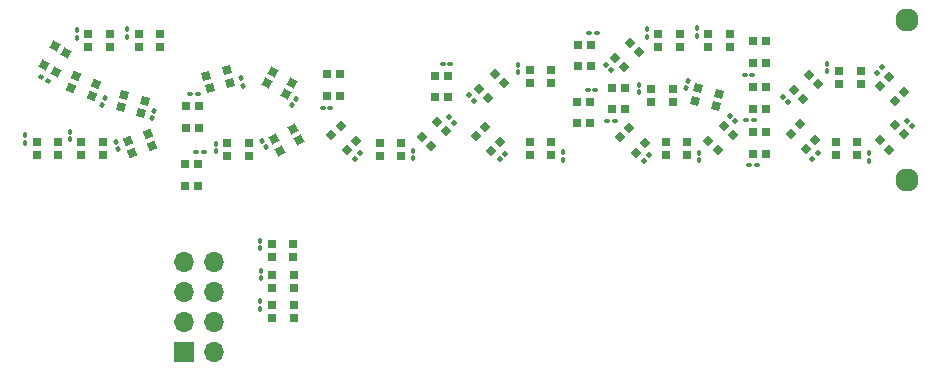
<source format=gts>
G04 #@! TF.GenerationSoftware,KiCad,Pcbnew,7.0.2-0*
G04 #@! TF.CreationDate,2023-10-08T21:39:02-05:00*
G04 #@! TF.ProjectId,spudglo_business_card,73707564-676c-46f5-9f62-7573696e6573,rev?*
G04 #@! TF.SameCoordinates,Original*
G04 #@! TF.FileFunction,Soldermask,Top*
G04 #@! TF.FilePolarity,Negative*
%FSLAX46Y46*%
G04 Gerber Fmt 4.6, Leading zero omitted, Abs format (unit mm)*
G04 Created by KiCad (PCBNEW 7.0.2-0) date 2023-10-08 21:39:02*
%MOMM*%
%LPD*%
G01*
G04 APERTURE LIST*
G04 Aperture macros list*
%AMRoundRect*
0 Rectangle with rounded corners*
0 $1 Rounding radius*
0 $2 $3 $4 $5 $6 $7 $8 $9 X,Y pos of 4 corners*
0 Add a 4 corners polygon primitive as box body*
4,1,4,$2,$3,$4,$5,$6,$7,$8,$9,$2,$3,0*
0 Add four circle primitives for the rounded corners*
1,1,$1+$1,$2,$3*
1,1,$1+$1,$4,$5*
1,1,$1+$1,$6,$7*
1,1,$1+$1,$8,$9*
0 Add four rect primitives between the rounded corners*
20,1,$1+$1,$2,$3,$4,$5,0*
20,1,$1+$1,$4,$5,$6,$7,0*
20,1,$1+$1,$6,$7,$8,$9,0*
20,1,$1+$1,$8,$9,$2,$3,0*%
%AMRotRect*
0 Rectangle, with rotation*
0 The origin of the aperture is its center*
0 $1 length*
0 $2 width*
0 $3 Rotation angle, in degrees counterclockwise*
0 Add horizontal line*
21,1,$1,$2,0,0,$3*%
G04 Aperture macros list end*
%ADD10RoundRect,0.100000X0.100000X-0.130000X0.100000X0.130000X-0.100000X0.130000X-0.100000X-0.130000X0*%
%ADD11RoundRect,0.100000X-0.162635X0.021213X0.021213X-0.162635X0.162635X-0.021213X-0.021213X0.162635X0*%
%ADD12RotRect,0.700000X0.700000X45.000000*%
%ADD13RotRect,0.700000X0.700000X195.000000*%
%ADD14R,0.700000X0.700000*%
%ADD15RotRect,0.700000X0.700000X345.000000*%
%ADD16RoundRect,0.100000X-0.100000X0.130000X-0.100000X-0.130000X0.100000X-0.130000X0.100000X0.130000X0*%
%ADD17RoundRect,0.100000X-0.021213X-0.162635X0.162635X0.021213X0.021213X0.162635X-0.162635X-0.021213X0*%
%ADD18RoundRect,0.100000X0.021213X0.162635X-0.162635X-0.021213X-0.021213X-0.162635X0.162635X0.021213X0*%
%ADD19RoundRect,0.100000X-0.130000X-0.100000X0.130000X-0.100000X0.130000X0.100000X-0.130000X0.100000X0*%
%ADD20RotRect,0.700000X0.700000X225.000000*%
%ADD21RoundRect,0.100000X0.130000X0.100000X-0.130000X0.100000X-0.130000X-0.100000X0.130000X-0.100000X0*%
%ADD22RoundRect,0.100000X0.151603X-0.062583X0.021603X0.162583X-0.151603X0.062583X-0.021603X-0.162583X0*%
%ADD23RoundRect,0.100000X0.162635X-0.021213X-0.021213X0.162635X-0.162635X0.021213X0.021213X-0.162635X0*%
%ADD24RoundRect,0.100000X-0.021603X0.162583X-0.151603X-0.062583X0.021603X-0.162583X0.151603X0.062583X0*%
%ADD25RotRect,0.700000X0.700000X30.000000*%
%ADD26RoundRect,0.100000X-0.162583X-0.021603X0.062583X-0.151603X0.162583X0.021603X-0.062583X0.151603X0*%
%ADD27RoundRect,0.100000X-0.049507X0.156362X-0.138432X-0.087958X0.049507X-0.156362X0.138432X0.087958X0*%
%ADD28RoundRect,0.100000X-0.130239X0.099688X-0.062946X-0.151452X0.130239X-0.099688X0.062946X0.151452X0*%
%ADD29RoundRect,0.100000X0.138432X-0.087958X0.049507X0.156362X-0.138432X0.087958X-0.049507X-0.156362X0*%
%ADD30RotRect,0.700000X0.700000X315.000000*%
%ADD31RotRect,0.700000X0.700000X135.000000*%
%ADD32RotRect,0.700000X0.700000X150.000000*%
%ADD33RoundRect,0.100000X0.062946X-0.151452X0.130239X0.099688X-0.062946X0.151452X-0.130239X-0.099688X0*%
%ADD34RotRect,0.700000X0.700000X165.000000*%
%ADD35RotRect,0.700000X0.700000X20.000000*%
%ADD36RotRect,0.700000X0.700000X60.000000*%
%ADD37RoundRect,0.100000X-0.062946X0.151452X-0.130239X-0.099688X0.062946X-0.151452X0.130239X0.099688X0*%
%ADD38RotRect,0.700000X0.700000X160.000000*%
%ADD39C,1.959000*%
%ADD40R,1.700000X1.700000*%
%ADD41O,1.700000X1.700000*%
G04 APERTURE END LIST*
D10*
X225060000Y-101900000D03*
X225060000Y-101260000D03*
D11*
X258007452Y-105977452D03*
X258460000Y-106430000D03*
D12*
X221812183Y-103302183D03*
X222590000Y-104080000D03*
X223884005Y-102785995D03*
X223106188Y-102008178D03*
D13*
X200742346Y-102768880D03*
X200457645Y-101706361D03*
X198690000Y-102180000D03*
X198974701Y-103242519D03*
D14*
X215220000Y-108980000D03*
X215220000Y-107880000D03*
X213390000Y-107880000D03*
X213390000Y-108980000D03*
X192960000Y-98680000D03*
X192960000Y-99780000D03*
X194790000Y-99780000D03*
X194790000Y-98680000D03*
X184330000Y-107750000D03*
X184330000Y-108850000D03*
X186160000Y-108850000D03*
X186160000Y-107750000D03*
D15*
X240362355Y-103216361D03*
X240077654Y-104278880D03*
X241845299Y-104752519D03*
X242130000Y-103690000D03*
D10*
X251290000Y-101815000D03*
X251290000Y-101175000D03*
D16*
X240380000Y-108695000D03*
X240380000Y-109335000D03*
D14*
X244990000Y-101110000D03*
X246090000Y-101110000D03*
X246090000Y-99280000D03*
X244990000Y-99280000D03*
D10*
X187730000Y-98970000D03*
X187730000Y-98330000D03*
D17*
X255457452Y-101912548D03*
X255910000Y-101460000D03*
D16*
X199509996Y-107920001D03*
X199509996Y-108560001D03*
D12*
X233295995Y-100674005D03*
X234073812Y-101451822D03*
X235367817Y-100157817D03*
X234590000Y-99380000D03*
D16*
X228900000Y-108660000D03*
X228900000Y-109300000D03*
D18*
X211752551Y-108747455D03*
X211300003Y-109200003D03*
X224024152Y-108769775D03*
X223571604Y-109222323D03*
D19*
X218735000Y-101170000D03*
X219375000Y-101170000D03*
D20*
X243281822Y-107173812D03*
X242504005Y-106395995D03*
X241210000Y-107690000D03*
X241987817Y-108467817D03*
D14*
X197990000Y-109680000D03*
X196890000Y-109680000D03*
X196890000Y-111510000D03*
X197990000Y-111510000D03*
D21*
X245050000Y-105950000D03*
X244410000Y-105950000D03*
D22*
X203719999Y-108254256D03*
X203399999Y-107700000D03*
D14*
X244990000Y-104980001D03*
X246090000Y-104980001D03*
X246090000Y-103150001D03*
X244990000Y-103150001D03*
X241175000Y-98630000D03*
X241175000Y-99730000D03*
X243005000Y-99730000D03*
X243005000Y-98630000D03*
D23*
X243482322Y-106012322D03*
X243029774Y-105559774D03*
D24*
X206300000Y-104142872D03*
X205980000Y-104697128D03*
D25*
X204425174Y-107565000D03*
X204975174Y-108517628D03*
X206560000Y-107602628D03*
X206010000Y-106650000D03*
D14*
X236360000Y-103280000D03*
X236360000Y-104380000D03*
X238190000Y-104380000D03*
X238190000Y-103280000D03*
D26*
X184705740Y-102310001D03*
X185259996Y-102630001D03*
D23*
X232970226Y-101710225D03*
X232517678Y-101257677D03*
D18*
X250462322Y-108747678D03*
X250009774Y-109200226D03*
D14*
X188110000Y-107790000D03*
X188110000Y-108890000D03*
X189940000Y-108890000D03*
X189940000Y-107790000D03*
D20*
X257771822Y-107133812D03*
X256994005Y-106355995D03*
X255700000Y-107650000D03*
X256477817Y-108427817D03*
D19*
X197825000Y-108660000D03*
X198465000Y-108660000D03*
D14*
X239420000Y-108880000D03*
X239420000Y-107780000D03*
X237590000Y-107780000D03*
X237590000Y-108880000D03*
X227920000Y-108880000D03*
X227920000Y-107780000D03*
X226090000Y-107780000D03*
X226090000Y-108880000D03*
D23*
X247992322Y-104442323D03*
X247539774Y-103989775D03*
D10*
X235350000Y-103580000D03*
X235350000Y-102940000D03*
D14*
X236960000Y-98680000D03*
X236960000Y-99780000D03*
X238790000Y-99780000D03*
X238790000Y-98680000D03*
D21*
X245305000Y-109770000D03*
X244665000Y-109770000D03*
D27*
X190103492Y-104043492D03*
X189884600Y-104644896D03*
D16*
X203260000Y-121260000D03*
X203260000Y-121900000D03*
D14*
X208930078Y-103905892D03*
X210030078Y-103905892D03*
X210030078Y-102075892D03*
X208930078Y-102075892D03*
D28*
X201640000Y-102390000D03*
X201805644Y-103008192D03*
D10*
X191960000Y-98900000D03*
X191960000Y-98260000D03*
D16*
X203310000Y-118685000D03*
X203310000Y-119325000D03*
D29*
X191258892Y-108421404D03*
X191040000Y-107820000D03*
D30*
X256483812Y-102258178D03*
X255705995Y-103035995D03*
X257000000Y-104330000D03*
X257777817Y-103552183D03*
D14*
X204265000Y-119020000D03*
X204265000Y-120120000D03*
X206095000Y-120120000D03*
X206095000Y-119020000D03*
D31*
X249484005Y-108374005D03*
X250261822Y-107596188D03*
X248967817Y-106302183D03*
X248190000Y-107080000D03*
D19*
X231140000Y-98570000D03*
X231780000Y-98570000D03*
D16*
X203210000Y-116145000D03*
X203210000Y-116785000D03*
D32*
X205407413Y-103713814D03*
X205957413Y-102761186D03*
X204372587Y-101846186D03*
X203822587Y-102798814D03*
D14*
X204240000Y-116460000D03*
X204240000Y-117560000D03*
X206070000Y-117560000D03*
X206070000Y-116460000D03*
D11*
X219257455Y-105697449D03*
X219710003Y-106149997D03*
D23*
X221366274Y-104296274D03*
X220913726Y-103843726D03*
D14*
X198090000Y-104779999D03*
X196990000Y-104779999D03*
X196990000Y-106609999D03*
X198090000Y-106609999D03*
D21*
X233270000Y-105980000D03*
X232630000Y-105980000D03*
D16*
X216200000Y-108540000D03*
X216200000Y-109180000D03*
D33*
X239317885Y-103212340D03*
X239483529Y-102594148D03*
D31*
X222806188Y-108551822D03*
X223584005Y-107774005D03*
X222290000Y-106480000D03*
X221512183Y-107257817D03*
D18*
X236202322Y-108917678D03*
X235749774Y-109370226D03*
D10*
X187130000Y-107565000D03*
X187130000Y-106925000D03*
D34*
X193205299Y-105342519D03*
X193490000Y-104280000D03*
X191722355Y-103806361D03*
X191437654Y-104868880D03*
D10*
X236000000Y-98860000D03*
X236000000Y-98220000D03*
D14*
X231190000Y-104380000D03*
X230090000Y-104380000D03*
X230090000Y-106210000D03*
X231190000Y-106210000D03*
D10*
X183330000Y-107875000D03*
X183330000Y-107235000D03*
D31*
X210584005Y-108474005D03*
X211361822Y-107696188D03*
X210067817Y-106402183D03*
X209290000Y-107180000D03*
D14*
X244990000Y-108780000D03*
X246090000Y-108780000D03*
X246090000Y-106950000D03*
X244990000Y-106950000D03*
D19*
X230980000Y-103410000D03*
X231620000Y-103410000D03*
D14*
X252275000Y-101793109D03*
X252275000Y-102893109D03*
X254105000Y-102893109D03*
X254105000Y-101793109D03*
X231290001Y-99549999D03*
X230190001Y-99549999D03*
X230190001Y-101379999D03*
X231290001Y-101379999D03*
D31*
X235042183Y-108687817D03*
X235820000Y-107910000D03*
X234525995Y-106615995D03*
X233748178Y-107393812D03*
D14*
X200470000Y-107840000D03*
X200470000Y-108940000D03*
X202300000Y-108940000D03*
X202300000Y-107840000D03*
X204270000Y-121570000D03*
X204270000Y-122670000D03*
X206100000Y-122670000D03*
X206100000Y-121570000D03*
D35*
X192030362Y-107705896D03*
X192406584Y-108739558D03*
X194126222Y-108113662D03*
X193750000Y-107080000D03*
D36*
X184980000Y-101290000D03*
X185932628Y-101840000D03*
X186847628Y-100255174D03*
X185895000Y-99705174D03*
D21*
X244920000Y-102100000D03*
X244280000Y-102100000D03*
D14*
X188690000Y-98680000D03*
X188690000Y-99780000D03*
X190520000Y-99780000D03*
X190520000Y-98680000D03*
X253820000Y-108930000D03*
X253820000Y-107830000D03*
X251990000Y-107830000D03*
X251990000Y-108930000D03*
X226090000Y-101680000D03*
X226090000Y-102780000D03*
X227920000Y-102780000D03*
X227920000Y-101680000D03*
D37*
X194292115Y-105177660D03*
X194126471Y-105795852D03*
D14*
X233067813Y-105009998D03*
X234167813Y-105009998D03*
X234167813Y-103179998D03*
X233067813Y-103179998D03*
X219190000Y-102180000D03*
X218090000Y-102180000D03*
X218090000Y-104010000D03*
X219190000Y-104010000D03*
D12*
X248418178Y-103396188D03*
X249195995Y-104174005D03*
X250490000Y-102880000D03*
X249712183Y-102102183D03*
D21*
X209190000Y-104900000D03*
X208550000Y-104900000D03*
D16*
X254810000Y-108745000D03*
X254810000Y-109385000D03*
D10*
X240220000Y-98790000D03*
X240220000Y-98150000D03*
D19*
X197350000Y-103690000D03*
X197990000Y-103690000D03*
D20*
X219025911Y-106863812D03*
X218248094Y-106085995D03*
X216954089Y-107380000D03*
X217731906Y-108157817D03*
D38*
X188993778Y-103883662D03*
X189370000Y-102850000D03*
X187650362Y-102224104D03*
X187274140Y-103257766D03*
D39*
X258000000Y-97440000D03*
X258000000Y-111030000D03*
D40*
X196850000Y-125580000D03*
D41*
X199390000Y-125580000D03*
X196850000Y-123040000D03*
X199390000Y-123040000D03*
X196850000Y-120500000D03*
X199390000Y-120500000D03*
X196850000Y-117960000D03*
X199390000Y-117960000D03*
M02*

</source>
